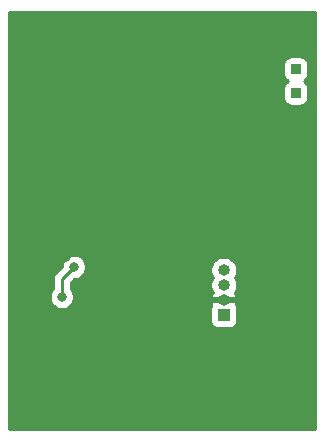
<source format=gbr>
G04 #@! TF.GenerationSoftware,KiCad,Pcbnew,(5.1.5)-3*
G04 #@! TF.CreationDate,2020-06-05T14:27:12-04:00*
G04 #@! TF.ProjectId,OSSC,4f535343-2e6b-4696-9361-645f70636258,rev?*
G04 #@! TF.SameCoordinates,Original*
G04 #@! TF.FileFunction,Copper,L2,Bot*
G04 #@! TF.FilePolarity,Positive*
%FSLAX46Y46*%
G04 Gerber Fmt 4.6, Leading zero omitted, Abs format (unit mm)*
G04 Created by KiCad (PCBNEW (5.1.5)-3) date 2020-06-05 14:27:12*
%MOMM*%
%LPD*%
G04 APERTURE LIST*
%ADD10R,0.850000X0.850000*%
%ADD11O,1.000000X1.000000*%
%ADD12R,1.000000X1.000000*%
%ADD13C,0.800000*%
%ADD14C,0.250000*%
%ADD15C,0.254000*%
G04 APERTURE END LIST*
D10*
X91440000Y-61468000D03*
X91440000Y-59436000D03*
D11*
X85344000Y-76454000D03*
X85344000Y-77724000D03*
X85344000Y-78994000D03*
D12*
X85344000Y-80264000D03*
D13*
X69342000Y-55880000D03*
X69342000Y-55880000D03*
X87130000Y-82550000D03*
X88900000Y-77470000D03*
X69850000Y-83820000D03*
X69596000Y-63500000D03*
X76708000Y-83820000D03*
X73660000Y-78232000D03*
X72020500Y-75322500D03*
X71628000Y-78740000D03*
X72644000Y-76200000D03*
D14*
X71628000Y-77216000D02*
X72644000Y-76200000D01*
X71628000Y-78740000D02*
X71628000Y-77216000D01*
D15*
G36*
X93091000Y-89916000D02*
G01*
X67183000Y-89916000D01*
X67183000Y-78638061D01*
X70593000Y-78638061D01*
X70593000Y-78841939D01*
X70632774Y-79041898D01*
X70710795Y-79230256D01*
X70824063Y-79399774D01*
X70968226Y-79543937D01*
X71137744Y-79657205D01*
X71326102Y-79735226D01*
X71526061Y-79775000D01*
X71729939Y-79775000D01*
X71785240Y-79764000D01*
X84205928Y-79764000D01*
X84205928Y-80764000D01*
X84218188Y-80888482D01*
X84254498Y-81008180D01*
X84313463Y-81118494D01*
X84392815Y-81215185D01*
X84489506Y-81294537D01*
X84599820Y-81353502D01*
X84719518Y-81389812D01*
X84844000Y-81402072D01*
X85844000Y-81402072D01*
X85968482Y-81389812D01*
X86088180Y-81353502D01*
X86198494Y-81294537D01*
X86295185Y-81215185D01*
X86374537Y-81118494D01*
X86433502Y-81008180D01*
X86469812Y-80888482D01*
X86482072Y-80764000D01*
X86482072Y-79764000D01*
X86469812Y-79639518D01*
X86433502Y-79519820D01*
X86385930Y-79430820D01*
X86421446Y-79350864D01*
X86438119Y-79295874D01*
X86311954Y-79121000D01*
X85471000Y-79121000D01*
X85471000Y-79125928D01*
X85217000Y-79125928D01*
X85217000Y-79121000D01*
X84376046Y-79121000D01*
X84249881Y-79295874D01*
X84266554Y-79350864D01*
X84302070Y-79430820D01*
X84254498Y-79519820D01*
X84218188Y-79639518D01*
X84205928Y-79764000D01*
X71785240Y-79764000D01*
X71929898Y-79735226D01*
X72118256Y-79657205D01*
X72287774Y-79543937D01*
X72431937Y-79399774D01*
X72545205Y-79230256D01*
X72623226Y-79041898D01*
X72663000Y-78841939D01*
X72663000Y-78638061D01*
X72623226Y-78438102D01*
X72545205Y-78249744D01*
X72431937Y-78080226D01*
X72388000Y-78036289D01*
X72388000Y-77530801D01*
X72683802Y-77235000D01*
X72745939Y-77235000D01*
X72945898Y-77195226D01*
X73134256Y-77117205D01*
X73303774Y-77003937D01*
X73447937Y-76859774D01*
X73561205Y-76690256D01*
X73639226Y-76501898D01*
X73670989Y-76342212D01*
X84209000Y-76342212D01*
X84209000Y-76565788D01*
X84252617Y-76785067D01*
X84338176Y-76991624D01*
X84403241Y-77089000D01*
X84338176Y-77186376D01*
X84252617Y-77392933D01*
X84209000Y-77612212D01*
X84209000Y-77835788D01*
X84252617Y-78055067D01*
X84338176Y-78261624D01*
X84406353Y-78363658D01*
X84356877Y-78433794D01*
X84266554Y-78637136D01*
X84249881Y-78692126D01*
X84376046Y-78867000D01*
X85217000Y-78867000D01*
X85217000Y-78855974D01*
X85232212Y-78859000D01*
X85455788Y-78859000D01*
X85471000Y-78855974D01*
X85471000Y-78867000D01*
X86311954Y-78867000D01*
X86438119Y-78692126D01*
X86421446Y-78637136D01*
X86331123Y-78433794D01*
X86281647Y-78363658D01*
X86349824Y-78261624D01*
X86435383Y-78055067D01*
X86479000Y-77835788D01*
X86479000Y-77612212D01*
X86435383Y-77392933D01*
X86349824Y-77186376D01*
X86284759Y-77089000D01*
X86349824Y-76991624D01*
X86435383Y-76785067D01*
X86479000Y-76565788D01*
X86479000Y-76342212D01*
X86435383Y-76122933D01*
X86349824Y-75916376D01*
X86225612Y-75730480D01*
X86067520Y-75572388D01*
X85881624Y-75448176D01*
X85675067Y-75362617D01*
X85455788Y-75319000D01*
X85232212Y-75319000D01*
X85012933Y-75362617D01*
X84806376Y-75448176D01*
X84620480Y-75572388D01*
X84462388Y-75730480D01*
X84338176Y-75916376D01*
X84252617Y-76122933D01*
X84209000Y-76342212D01*
X73670989Y-76342212D01*
X73679000Y-76301939D01*
X73679000Y-76098061D01*
X73639226Y-75898102D01*
X73561205Y-75709744D01*
X73447937Y-75540226D01*
X73303774Y-75396063D01*
X73134256Y-75282795D01*
X72945898Y-75204774D01*
X72745939Y-75165000D01*
X72542061Y-75165000D01*
X72342102Y-75204774D01*
X72153744Y-75282795D01*
X71984226Y-75396063D01*
X71840063Y-75540226D01*
X71726795Y-75709744D01*
X71648774Y-75898102D01*
X71609000Y-76098061D01*
X71609000Y-76160198D01*
X71116998Y-76652201D01*
X71088000Y-76675999D01*
X71064202Y-76704997D01*
X71064201Y-76704998D01*
X70993026Y-76791724D01*
X70922454Y-76923754D01*
X70878998Y-77067015D01*
X70864324Y-77216000D01*
X70868001Y-77253332D01*
X70868000Y-78036289D01*
X70824063Y-78080226D01*
X70710795Y-78249744D01*
X70632774Y-78438102D01*
X70593000Y-78638061D01*
X67183000Y-78638061D01*
X67183000Y-59011000D01*
X90376928Y-59011000D01*
X90376928Y-59861000D01*
X90389188Y-59985482D01*
X90425498Y-60105180D01*
X90484463Y-60215494D01*
X90563815Y-60312185D01*
X90660506Y-60391537D01*
X90770820Y-60450502D01*
X90775758Y-60452000D01*
X90770820Y-60453498D01*
X90660506Y-60512463D01*
X90563815Y-60591815D01*
X90484463Y-60688506D01*
X90425498Y-60798820D01*
X90389188Y-60918518D01*
X90376928Y-61043000D01*
X90376928Y-61893000D01*
X90389188Y-62017482D01*
X90425498Y-62137180D01*
X90484463Y-62247494D01*
X90563815Y-62344185D01*
X90660506Y-62423537D01*
X90770820Y-62482502D01*
X90890518Y-62518812D01*
X91015000Y-62531072D01*
X91865000Y-62531072D01*
X91989482Y-62518812D01*
X92109180Y-62482502D01*
X92219494Y-62423537D01*
X92316185Y-62344185D01*
X92395537Y-62247494D01*
X92454502Y-62137180D01*
X92490812Y-62017482D01*
X92503072Y-61893000D01*
X92503072Y-61043000D01*
X92490812Y-60918518D01*
X92454502Y-60798820D01*
X92395537Y-60688506D01*
X92316185Y-60591815D01*
X92219494Y-60512463D01*
X92109180Y-60453498D01*
X92104242Y-60452000D01*
X92109180Y-60450502D01*
X92219494Y-60391537D01*
X92316185Y-60312185D01*
X92395537Y-60215494D01*
X92454502Y-60105180D01*
X92490812Y-59985482D01*
X92503072Y-59861000D01*
X92503072Y-59011000D01*
X92490812Y-58886518D01*
X92454502Y-58766820D01*
X92395537Y-58656506D01*
X92316185Y-58559815D01*
X92219494Y-58480463D01*
X92109180Y-58421498D01*
X91989482Y-58385188D01*
X91865000Y-58372928D01*
X91015000Y-58372928D01*
X90890518Y-58385188D01*
X90770820Y-58421498D01*
X90660506Y-58480463D01*
X90563815Y-58559815D01*
X90484463Y-58656506D01*
X90425498Y-58766820D01*
X90389188Y-58886518D01*
X90376928Y-59011000D01*
X67183000Y-59011000D01*
X67183000Y-54610000D01*
X93091000Y-54610000D01*
X93091000Y-89916000D01*
G37*
X93091000Y-89916000D02*
X67183000Y-89916000D01*
X67183000Y-78638061D01*
X70593000Y-78638061D01*
X70593000Y-78841939D01*
X70632774Y-79041898D01*
X70710795Y-79230256D01*
X70824063Y-79399774D01*
X70968226Y-79543937D01*
X71137744Y-79657205D01*
X71326102Y-79735226D01*
X71526061Y-79775000D01*
X71729939Y-79775000D01*
X71785240Y-79764000D01*
X84205928Y-79764000D01*
X84205928Y-80764000D01*
X84218188Y-80888482D01*
X84254498Y-81008180D01*
X84313463Y-81118494D01*
X84392815Y-81215185D01*
X84489506Y-81294537D01*
X84599820Y-81353502D01*
X84719518Y-81389812D01*
X84844000Y-81402072D01*
X85844000Y-81402072D01*
X85968482Y-81389812D01*
X86088180Y-81353502D01*
X86198494Y-81294537D01*
X86295185Y-81215185D01*
X86374537Y-81118494D01*
X86433502Y-81008180D01*
X86469812Y-80888482D01*
X86482072Y-80764000D01*
X86482072Y-79764000D01*
X86469812Y-79639518D01*
X86433502Y-79519820D01*
X86385930Y-79430820D01*
X86421446Y-79350864D01*
X86438119Y-79295874D01*
X86311954Y-79121000D01*
X85471000Y-79121000D01*
X85471000Y-79125928D01*
X85217000Y-79125928D01*
X85217000Y-79121000D01*
X84376046Y-79121000D01*
X84249881Y-79295874D01*
X84266554Y-79350864D01*
X84302070Y-79430820D01*
X84254498Y-79519820D01*
X84218188Y-79639518D01*
X84205928Y-79764000D01*
X71785240Y-79764000D01*
X71929898Y-79735226D01*
X72118256Y-79657205D01*
X72287774Y-79543937D01*
X72431937Y-79399774D01*
X72545205Y-79230256D01*
X72623226Y-79041898D01*
X72663000Y-78841939D01*
X72663000Y-78638061D01*
X72623226Y-78438102D01*
X72545205Y-78249744D01*
X72431937Y-78080226D01*
X72388000Y-78036289D01*
X72388000Y-77530801D01*
X72683802Y-77235000D01*
X72745939Y-77235000D01*
X72945898Y-77195226D01*
X73134256Y-77117205D01*
X73303774Y-77003937D01*
X73447937Y-76859774D01*
X73561205Y-76690256D01*
X73639226Y-76501898D01*
X73670989Y-76342212D01*
X84209000Y-76342212D01*
X84209000Y-76565788D01*
X84252617Y-76785067D01*
X84338176Y-76991624D01*
X84403241Y-77089000D01*
X84338176Y-77186376D01*
X84252617Y-77392933D01*
X84209000Y-77612212D01*
X84209000Y-77835788D01*
X84252617Y-78055067D01*
X84338176Y-78261624D01*
X84406353Y-78363658D01*
X84356877Y-78433794D01*
X84266554Y-78637136D01*
X84249881Y-78692126D01*
X84376046Y-78867000D01*
X85217000Y-78867000D01*
X85217000Y-78855974D01*
X85232212Y-78859000D01*
X85455788Y-78859000D01*
X85471000Y-78855974D01*
X85471000Y-78867000D01*
X86311954Y-78867000D01*
X86438119Y-78692126D01*
X86421446Y-78637136D01*
X86331123Y-78433794D01*
X86281647Y-78363658D01*
X86349824Y-78261624D01*
X86435383Y-78055067D01*
X86479000Y-77835788D01*
X86479000Y-77612212D01*
X86435383Y-77392933D01*
X86349824Y-77186376D01*
X86284759Y-77089000D01*
X86349824Y-76991624D01*
X86435383Y-76785067D01*
X86479000Y-76565788D01*
X86479000Y-76342212D01*
X86435383Y-76122933D01*
X86349824Y-75916376D01*
X86225612Y-75730480D01*
X86067520Y-75572388D01*
X85881624Y-75448176D01*
X85675067Y-75362617D01*
X85455788Y-75319000D01*
X85232212Y-75319000D01*
X85012933Y-75362617D01*
X84806376Y-75448176D01*
X84620480Y-75572388D01*
X84462388Y-75730480D01*
X84338176Y-75916376D01*
X84252617Y-76122933D01*
X84209000Y-76342212D01*
X73670989Y-76342212D01*
X73679000Y-76301939D01*
X73679000Y-76098061D01*
X73639226Y-75898102D01*
X73561205Y-75709744D01*
X73447937Y-75540226D01*
X73303774Y-75396063D01*
X73134256Y-75282795D01*
X72945898Y-75204774D01*
X72745939Y-75165000D01*
X72542061Y-75165000D01*
X72342102Y-75204774D01*
X72153744Y-75282795D01*
X71984226Y-75396063D01*
X71840063Y-75540226D01*
X71726795Y-75709744D01*
X71648774Y-75898102D01*
X71609000Y-76098061D01*
X71609000Y-76160198D01*
X71116998Y-76652201D01*
X71088000Y-76675999D01*
X71064202Y-76704997D01*
X71064201Y-76704998D01*
X70993026Y-76791724D01*
X70922454Y-76923754D01*
X70878998Y-77067015D01*
X70864324Y-77216000D01*
X70868001Y-77253332D01*
X70868000Y-78036289D01*
X70824063Y-78080226D01*
X70710795Y-78249744D01*
X70632774Y-78438102D01*
X70593000Y-78638061D01*
X67183000Y-78638061D01*
X67183000Y-59011000D01*
X90376928Y-59011000D01*
X90376928Y-59861000D01*
X90389188Y-59985482D01*
X90425498Y-60105180D01*
X90484463Y-60215494D01*
X90563815Y-60312185D01*
X90660506Y-60391537D01*
X90770820Y-60450502D01*
X90775758Y-60452000D01*
X90770820Y-60453498D01*
X90660506Y-60512463D01*
X90563815Y-60591815D01*
X90484463Y-60688506D01*
X90425498Y-60798820D01*
X90389188Y-60918518D01*
X90376928Y-61043000D01*
X90376928Y-61893000D01*
X90389188Y-62017482D01*
X90425498Y-62137180D01*
X90484463Y-62247494D01*
X90563815Y-62344185D01*
X90660506Y-62423537D01*
X90770820Y-62482502D01*
X90890518Y-62518812D01*
X91015000Y-62531072D01*
X91865000Y-62531072D01*
X91989482Y-62518812D01*
X92109180Y-62482502D01*
X92219494Y-62423537D01*
X92316185Y-62344185D01*
X92395537Y-62247494D01*
X92454502Y-62137180D01*
X92490812Y-62017482D01*
X92503072Y-61893000D01*
X92503072Y-61043000D01*
X92490812Y-60918518D01*
X92454502Y-60798820D01*
X92395537Y-60688506D01*
X92316185Y-60591815D01*
X92219494Y-60512463D01*
X92109180Y-60453498D01*
X92104242Y-60452000D01*
X92109180Y-60450502D01*
X92219494Y-60391537D01*
X92316185Y-60312185D01*
X92395537Y-60215494D01*
X92454502Y-60105180D01*
X92490812Y-59985482D01*
X92503072Y-59861000D01*
X92503072Y-59011000D01*
X92490812Y-58886518D01*
X92454502Y-58766820D01*
X92395537Y-58656506D01*
X92316185Y-58559815D01*
X92219494Y-58480463D01*
X92109180Y-58421498D01*
X91989482Y-58385188D01*
X91865000Y-58372928D01*
X91015000Y-58372928D01*
X90890518Y-58385188D01*
X90770820Y-58421498D01*
X90660506Y-58480463D01*
X90563815Y-58559815D01*
X90484463Y-58656506D01*
X90425498Y-58766820D01*
X90389188Y-58886518D01*
X90376928Y-59011000D01*
X67183000Y-59011000D01*
X67183000Y-54610000D01*
X93091000Y-54610000D01*
X93091000Y-89916000D01*
M02*

</source>
